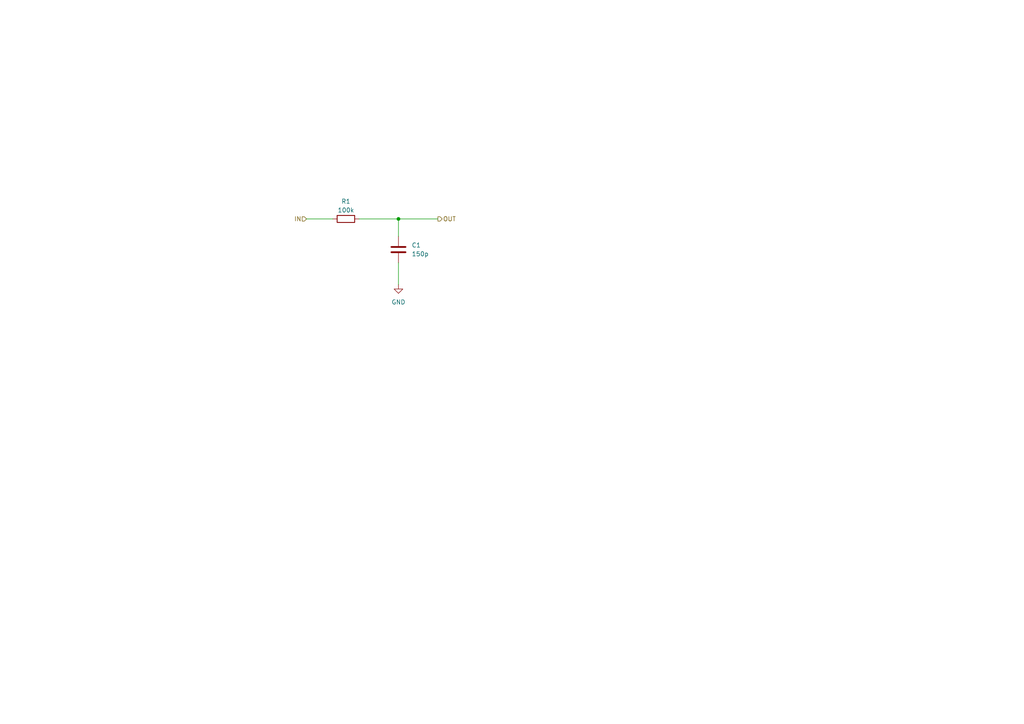
<source format=kicad_sch>
(kicad_sch (version 20211123) (generator eeschema)
  (paper "A4")
  (lib_symbols
    (symbol "Device:C" (pin_numbers hide) (pin_names (offset 0.254))
      (property "Reference" "C" (at 0.635 2.54 0))
      (property "Value" "C" (at 0.635 -2.54 0))
      (symbol "C_0_1"
        (polyline (pts (xy -2.032 -0.762) (xy 2.032 -0.762)) (stroke (width 0.508)))
        (polyline (pts (xy -2.032 0.762) (xy 2.032 0.762)) (stroke (width 0.508)))
      )
      (symbol "C_1_1"
        (pin passive line (at 0 3.81 270) (length 2.794) (name "~") (number "1"))
        (pin passive line (at 0 -3.81 90) (length 2.794) (name "~") (number "2"))
      )
    )
    (symbol "Device:R" (pin_numbers hide) (pin_names (offset 0))
      (property "Reference" "R" (at 2.032 0 90))
      (property "Value" "R" (at 0 0 90))
      (symbol "R_0_1"
        (rectangle (start -1.016 -2.54) (end 1.016 2.54) (stroke (width 0.254)))
      )
      (symbol "R_1_1"
        (pin passive line (at 0 3.81 270) (length 1.27) (name "~") (number "1"))
        (pin passive line (at 0 -3.81 90) (length 1.27) (name "~") (number "2"))
      )
    )
    (symbol "power:GND" (power) (pin_names (offset 0))
      (property "Value" "GND" (at 0 -3.81 0))
      (symbol "GND_0_1"
        (polyline (pts (xy 0 0) (xy 0 -1.27) (xy 1.27 -1.27) (xy 0 -2.54) (xy -1.27 -1.27) (xy 0 -1.27)))
      )
      (symbol "GND_1_1"
        (pin power_in line (at 0 0 270) (length 0) hide (name "GND") (number "1"))
      )
    )
  )
  (junction (at 115.57 63.5))
  (wire (pts (xy 115.57 63.5) (xy 115.57 68.58)))
  (wire (pts (xy 88.9 63.5) (xy 96.52 63.5)))
  (wire (pts (xy 115.57 76.2) (xy 115.57 82.55)))
  (wire (pts (xy 115.57 63.5) (xy 127 63.5)))
  (wire (pts (xy 104.14 63.5) (xy 115.57 63.5)))
  (hierarchical_label "OUT" (shape output) (at 127 63.5 0))
  (hierarchical_label "IN" (shape input) (at 88.9 63.5 180))
  (symbol (lib_id "power:GND") (at 115.57 82.55 0) (unit 1)
    (property "Reference" "#PWR?" (effects hide))
    (property "Value" "GND" (at 115.57 87.63 0))
  )
  (symbol (lib_id "Device:C") (at 115.57 72.39 0) (unit 1)
    (property "Reference" "C1" (at 119.38 71.1199 0) (effects (justify left)))
    (property "Value" "150p" (at 119.38 73.6599 0) (effects (justify left)))
  )
  (symbol (lib_id "Device:R") (at 100.33 63.5 90) (unit 1)
    (property "Reference" "R1" (at 100.33 58.42 90))
    (property "Value" "100k" (at 100.33 60.96 90))
  )
)
</source>
